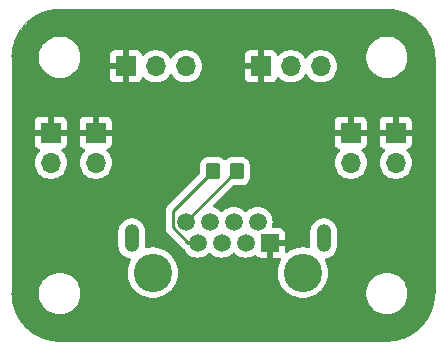
<source format=gbr>
G04 #@! TF.GenerationSoftware,KiCad,Pcbnew,7.0.2*
G04 #@! TF.CreationDate,2023-08-07T19:28:33-05:00*
G04 #@! TF.ProjectId,JoystickBoard,4a6f7973-7469-4636-9b42-6f6172642e6b,rev?*
G04 #@! TF.SameCoordinates,Original*
G04 #@! TF.FileFunction,Copper,L2,Bot*
G04 #@! TF.FilePolarity,Positive*
%FSLAX46Y46*%
G04 Gerber Fmt 4.6, Leading zero omitted, Abs format (unit mm)*
G04 Created by KiCad (PCBNEW 7.0.2) date 2023-08-07 19:28:33*
%MOMM*%
%LPD*%
G01*
G04 APERTURE LIST*
G04 Aperture macros list*
%AMRoundRect*
0 Rectangle with rounded corners*
0 $1 Rounding radius*
0 $2 $3 $4 $5 $6 $7 $8 $9 X,Y pos of 4 corners*
0 Add a 4 corners polygon primitive as box body*
4,1,4,$2,$3,$4,$5,$6,$7,$8,$9,$2,$3,0*
0 Add four circle primitives for the rounded corners*
1,1,$1+$1,$2,$3*
1,1,$1+$1,$4,$5*
1,1,$1+$1,$6,$7*
1,1,$1+$1,$8,$9*
0 Add four rect primitives between the rounded corners*
20,1,$1+$1,$2,$3,$4,$5,0*
20,1,$1+$1,$4,$5,$6,$7,0*
20,1,$1+$1,$6,$7,$8,$9,0*
20,1,$1+$1,$8,$9,$2,$3,0*%
G04 Aperture macros list end*
G04 #@! TA.AperFunction,ComponentPad*
%ADD10R,1.700000X1.700000*%
G04 #@! TD*
G04 #@! TA.AperFunction,ComponentPad*
%ADD11O,1.700000X1.700000*%
G04 #@! TD*
G04 #@! TA.AperFunction,WasherPad*
%ADD12C,3.250000*%
G04 #@! TD*
G04 #@! TA.AperFunction,ComponentPad*
%ADD13R,1.500000X1.500000*%
G04 #@! TD*
G04 #@! TA.AperFunction,ComponentPad*
%ADD14C,1.500000*%
G04 #@! TD*
G04 #@! TA.AperFunction,ComponentPad*
%ADD15O,1.259000X2.362000*%
G04 #@! TD*
G04 #@! TA.AperFunction,SMDPad,CuDef*
%ADD16RoundRect,0.250000X0.350000X0.450000X-0.350000X0.450000X-0.350000X-0.450000X0.350000X-0.450000X0*%
G04 #@! TD*
G04 #@! TA.AperFunction,ViaPad*
%ADD17C,0.800000*%
G04 #@! TD*
G04 #@! TA.AperFunction,Conductor*
%ADD18C,0.250000*%
G04 #@! TD*
G04 #@! TA.AperFunction,Profile*
%ADD19C,0.050000*%
G04 #@! TD*
G04 APERTURE END LIST*
D10*
X139700000Y-97075001D03*
D11*
X139700000Y-99615001D03*
D12*
X144529080Y-108922820D03*
X157229080Y-108922820D03*
D13*
X154428380Y-106382820D03*
D14*
X153408380Y-104602820D03*
X152398380Y-106382820D03*
X151378380Y-104602820D03*
X150368380Y-106382820D03*
X149348380Y-104602820D03*
X148338380Y-106382820D03*
X147318380Y-104602820D03*
D15*
X142749080Y-106020870D03*
X159009080Y-106020870D03*
D10*
X142240000Y-91440000D03*
D11*
X144780000Y-91440000D03*
X147320000Y-91440000D03*
D10*
X161290000Y-97075001D03*
D11*
X161290000Y-99615001D03*
D10*
X165100000Y-97075001D03*
D11*
X165100000Y-99615001D03*
X158750000Y-91440000D03*
X156210000Y-91440000D03*
D10*
X153670000Y-91440000D03*
X135890000Y-97075001D03*
D11*
X135890000Y-99615001D03*
D16*
X151622000Y-100330000D03*
X149622000Y-100330000D03*
D17*
X163576000Y-103632000D03*
X157480000Y-113030000D03*
X156972000Y-95250000D03*
X148844000Y-94742000D03*
X140716000Y-112776000D03*
X150622000Y-88138000D03*
X153416000Y-100330000D03*
X138684000Y-103632000D03*
D18*
X151591200Y-100330000D02*
X151622000Y-100330000D01*
X147318380Y-104602820D02*
X151591200Y-100330000D01*
X147530820Y-106382820D02*
X148338380Y-106382820D01*
X149622000Y-100330000D02*
X146243380Y-103708620D01*
X146243380Y-105095380D02*
X147530820Y-106382820D01*
X146243380Y-103708620D02*
X146243380Y-105095380D01*
G04 #@! TA.AperFunction,Conductor*
G36*
X164340898Y-86639634D02*
G01*
X164704807Y-86656459D01*
X164716395Y-86657533D01*
X164816713Y-86671526D01*
X165074320Y-86707460D01*
X165085731Y-86709594D01*
X165437520Y-86792334D01*
X165448708Y-86795517D01*
X165791352Y-86910360D01*
X165802199Y-86914562D01*
X166132802Y-87060537D01*
X166143193Y-87065712D01*
X166458901Y-87241560D01*
X166468794Y-87247685D01*
X166766945Y-87451922D01*
X166776211Y-87458919D01*
X167054245Y-87689796D01*
X167062845Y-87697637D01*
X167318362Y-87953154D01*
X167326203Y-87961754D01*
X167557077Y-88239785D01*
X167564079Y-88249057D01*
X167643095Y-88364406D01*
X167768313Y-88547203D01*
X167774439Y-88557098D01*
X167950280Y-88872792D01*
X167955465Y-88883205D01*
X168003651Y-88992336D01*
X168101436Y-89213798D01*
X168105640Y-89224650D01*
X168220481Y-89567288D01*
X168223666Y-89578482D01*
X168306402Y-89930252D01*
X168308541Y-89941693D01*
X168358466Y-90299604D01*
X168359540Y-90311191D01*
X168370435Y-90546818D01*
X168376265Y-90672927D01*
X168376366Y-90675100D01*
X168376500Y-90680920D01*
X168376500Y-110677579D01*
X168376366Y-110683399D01*
X168359540Y-111047308D01*
X168358466Y-111058895D01*
X168308541Y-111416806D01*
X168306402Y-111428247D01*
X168223666Y-111780017D01*
X168220481Y-111791211D01*
X168105640Y-112133849D01*
X168101436Y-112144701D01*
X167955468Y-112475289D01*
X167950280Y-112485707D01*
X167774439Y-112801401D01*
X167768313Y-112811296D01*
X167564085Y-113109434D01*
X167557071Y-113118722D01*
X167326203Y-113396745D01*
X167318362Y-113405345D01*
X167062845Y-113660862D01*
X167054245Y-113668703D01*
X166776222Y-113899571D01*
X166766934Y-113906585D01*
X166468796Y-114110813D01*
X166458901Y-114116939D01*
X166143207Y-114292780D01*
X166132789Y-114297968D01*
X165802201Y-114443936D01*
X165791349Y-114448140D01*
X165448711Y-114562981D01*
X165437517Y-114566166D01*
X165085747Y-114648902D01*
X165074306Y-114651041D01*
X164716395Y-114700966D01*
X164704808Y-114702040D01*
X164352450Y-114718331D01*
X164340897Y-114718866D01*
X164335079Y-114719000D01*
X136654921Y-114719000D01*
X136649102Y-114718866D01*
X136637002Y-114718306D01*
X136285191Y-114702040D01*
X136273604Y-114700966D01*
X135915693Y-114651041D01*
X135904252Y-114648902D01*
X135552482Y-114566166D01*
X135541288Y-114562981D01*
X135198650Y-114448140D01*
X135187798Y-114443936D01*
X134966336Y-114346151D01*
X134857205Y-114297965D01*
X134846797Y-114292782D01*
X134688945Y-114204859D01*
X134531098Y-114116939D01*
X134521203Y-114110813D01*
X134423532Y-114043907D01*
X134223057Y-113906579D01*
X134213785Y-113899577D01*
X133935754Y-113668703D01*
X133927154Y-113660862D01*
X133671637Y-113405345D01*
X133663796Y-113396745D01*
X133580017Y-113295854D01*
X133432919Y-113118711D01*
X133425922Y-113109445D01*
X133221685Y-112811294D01*
X133215560Y-112801401D01*
X133039712Y-112485693D01*
X133034537Y-112475302D01*
X132888562Y-112144699D01*
X132884359Y-112133849D01*
X132882528Y-112128387D01*
X132769517Y-111791208D01*
X132766333Y-111780017D01*
X132764559Y-111772474D01*
X132683594Y-111428231D01*
X132681460Y-111416820D01*
X132631533Y-111058895D01*
X132630459Y-111047307D01*
X132619450Y-110809182D01*
X134887500Y-110809182D01*
X134926604Y-111068615D01*
X134926605Y-111068618D01*
X135003936Y-111319323D01*
X135117772Y-111555704D01*
X135265563Y-111772474D01*
X135265565Y-111772476D01*
X135265567Y-111772479D01*
X135444019Y-111964805D01*
X135649143Y-112128386D01*
X135876357Y-112259568D01*
X136120584Y-112355420D01*
X136376370Y-112413802D01*
X136572506Y-112428500D01*
X136574859Y-112428500D01*
X136701141Y-112428500D01*
X136703494Y-112428500D01*
X136899630Y-112413802D01*
X137155416Y-112355420D01*
X137399643Y-112259568D01*
X137626857Y-112128386D01*
X137831981Y-111964805D01*
X138010433Y-111772479D01*
X138158228Y-111555704D01*
X138272063Y-111319323D01*
X138349396Y-111068615D01*
X138388500Y-110809182D01*
X138388500Y-110546818D01*
X138349396Y-110287385D01*
X138272063Y-110036677D01*
X138268902Y-110030114D01*
X138217242Y-109922841D01*
X138158228Y-109800296D01*
X138010433Y-109583521D01*
X137831981Y-109391195D01*
X137626857Y-109227614D01*
X137399643Y-109096432D01*
X137399642Y-109096432D01*
X137155417Y-109000580D01*
X136899630Y-108942198D01*
X136705836Y-108927675D01*
X136705822Y-108927674D01*
X136703494Y-108927500D01*
X136572506Y-108927500D01*
X136570178Y-108927674D01*
X136570163Y-108927675D01*
X136376369Y-108942198D01*
X136120582Y-109000580D01*
X135876356Y-109096432D01*
X135665417Y-109218218D01*
X135649143Y-109227614D01*
X135444019Y-109391195D01*
X135305525Y-109540455D01*
X135265563Y-109583525D01*
X135117772Y-109800295D01*
X135003936Y-110036676D01*
X134930258Y-110275539D01*
X134926604Y-110287385D01*
X134887500Y-110546818D01*
X134887500Y-110809182D01*
X132619450Y-110809182D01*
X132613634Y-110683398D01*
X132613500Y-110677579D01*
X132613500Y-106624979D01*
X141611080Y-106624979D01*
X141625665Y-106782373D01*
X141625665Y-106782376D01*
X141625666Y-106782377D01*
X141683379Y-106985220D01*
X141777389Y-107174018D01*
X141817685Y-107227378D01*
X141904485Y-107342320D01*
X142060344Y-107484404D01*
X142239657Y-107595430D01*
X142436317Y-107671616D01*
X142577861Y-107698075D01*
X142641143Y-107730253D01*
X142676985Y-107791538D01*
X142674004Y-107862472D01*
X142666579Y-107879895D01*
X142567637Y-108070845D01*
X142566201Y-108074885D01*
X142566196Y-108074897D01*
X142471336Y-108341809D01*
X142471331Y-108341824D01*
X142469896Y-108345864D01*
X142469021Y-108350071D01*
X142469021Y-108350074D01*
X142411387Y-108627421D01*
X142411385Y-108627430D01*
X142410513Y-108631630D01*
X142390595Y-108922820D01*
X142410513Y-109214010D01*
X142411386Y-109218211D01*
X142411387Y-109218218D01*
X142462238Y-109462926D01*
X142469896Y-109499776D01*
X142471333Y-109503819D01*
X142471336Y-109503830D01*
X142566196Y-109770742D01*
X142566199Y-109770749D01*
X142567637Y-109774795D01*
X142701917Y-110033942D01*
X142704398Y-110037457D01*
X142704400Y-110037460D01*
X142867749Y-110268874D01*
X142867754Y-110268880D01*
X142870233Y-110272392D01*
X143069450Y-110485702D01*
X143295858Y-110669898D01*
X143545238Y-110821549D01*
X143812945Y-110937831D01*
X144093992Y-111016577D01*
X144383145Y-111056320D01*
X144387450Y-111056320D01*
X144670710Y-111056320D01*
X144675015Y-111056320D01*
X144964168Y-111016577D01*
X145245215Y-110937831D01*
X145512922Y-110821549D01*
X145762302Y-110669898D01*
X145988710Y-110485702D01*
X146187927Y-110272392D01*
X146356243Y-110033942D01*
X146490523Y-109774795D01*
X146588264Y-109499776D01*
X146647647Y-109214010D01*
X146667565Y-108922820D01*
X146647647Y-108631630D01*
X146588264Y-108345864D01*
X146490523Y-108070845D01*
X146356243Y-107811698D01*
X146241049Y-107648505D01*
X146190410Y-107576765D01*
X146190406Y-107576760D01*
X146187927Y-107573248D01*
X145988710Y-107359938D01*
X145785802Y-107194861D01*
X145765638Y-107178456D01*
X145765637Y-107178455D01*
X145762302Y-107175742D01*
X145758627Y-107173507D01*
X145758624Y-107173505D01*
X145516598Y-107026326D01*
X145516593Y-107026323D01*
X145512922Y-107024091D01*
X145508982Y-107022379D01*
X145508979Y-107022378D01*
X145249158Y-106909521D01*
X145249149Y-106909517D01*
X145245215Y-106907809D01*
X145219286Y-106900544D01*
X144968309Y-106830223D01*
X144968305Y-106830222D01*
X144964168Y-106829063D01*
X144959905Y-106828477D01*
X144959900Y-106828476D01*
X144679283Y-106789906D01*
X144679274Y-106789905D01*
X144675015Y-106789320D01*
X144383145Y-106789320D01*
X144378886Y-106789905D01*
X144378876Y-106789906D01*
X144098263Y-106828475D01*
X144098249Y-106828477D01*
X144093992Y-106829063D01*
X144089856Y-106830221D01*
X144089836Y-106830226D01*
X144038502Y-106844609D01*
X143967511Y-106843726D01*
X143908267Y-106804603D01*
X143879579Y-106739661D01*
X143879048Y-106711655D01*
X143887080Y-106624979D01*
X143887080Y-105416761D01*
X143872495Y-105259367D01*
X143814779Y-105056516D01*
X143720772Y-104867724D01*
X143593675Y-104699420D01*
X143437816Y-104557336D01*
X143387974Y-104526475D01*
X143258504Y-104446310D01*
X143061843Y-104370124D01*
X143061842Y-104370124D01*
X142854531Y-104331370D01*
X142643629Y-104331370D01*
X142488144Y-104360435D01*
X142436316Y-104370124D01*
X142239655Y-104446310D01*
X142060345Y-104557335D01*
X141904484Y-104699421D01*
X141777389Y-104867721D01*
X141683379Y-105056519D01*
X141625666Y-105259362D01*
X141625665Y-105259367D01*
X141611080Y-105416761D01*
X141611080Y-106624979D01*
X132613500Y-106624979D01*
X132613500Y-103688562D01*
X145605159Y-103688562D01*
X145609321Y-103732581D01*
X145609880Y-103744439D01*
X145609880Y-105011527D01*
X145607584Y-105032315D01*
X145609818Y-105103364D01*
X145609880Y-105107323D01*
X145609880Y-105135236D01*
X145610375Y-105139154D01*
X145610377Y-105139186D01*
X145610388Y-105139268D01*
X145611317Y-105151077D01*
X145612706Y-105195272D01*
X145618357Y-105214721D01*
X145622366Y-105234076D01*
X145624905Y-105254174D01*
X145641181Y-105295283D01*
X145645024Y-105306510D01*
X145657360Y-105348970D01*
X145667674Y-105366410D01*
X145676367Y-105384154D01*
X145683828Y-105402997D01*
X145683829Y-105402999D01*
X145709811Y-105438760D01*
X145716328Y-105448681D01*
X145738838Y-105486743D01*
X145753158Y-105501063D01*
X145765998Y-105516096D01*
X145777906Y-105532485D01*
X145811978Y-105560672D01*
X145820758Y-105568662D01*
X147023574Y-106771479D01*
X147036653Y-106787803D01*
X147088471Y-106836463D01*
X147091313Y-106839218D01*
X147111050Y-106858955D01*
X147114180Y-106861383D01*
X147114252Y-106861439D01*
X147123262Y-106869134D01*
X147155499Y-106899406D01*
X147166699Y-106905563D01*
X147216758Y-106955908D01*
X147220193Y-106962727D01*
X147244322Y-107014472D01*
X147370633Y-107194861D01*
X147526338Y-107350566D01*
X147526341Y-107350568D01*
X147526342Y-107350569D01*
X147706726Y-107476876D01*
X147906304Y-107569940D01*
X147956033Y-107583265D01*
X148119004Y-107626934D01*
X148119005Y-107626934D01*
X148119009Y-107626935D01*
X148338380Y-107646127D01*
X148557751Y-107626935D01*
X148770456Y-107569940D01*
X148970034Y-107476876D01*
X149150418Y-107350569D01*
X149264286Y-107236700D01*
X149326596Y-107202677D01*
X149397412Y-107207741D01*
X149442473Y-107236700D01*
X149556342Y-107350569D01*
X149736726Y-107476876D01*
X149936304Y-107569940D01*
X149986033Y-107583265D01*
X150149004Y-107626934D01*
X150149005Y-107626934D01*
X150149009Y-107626935D01*
X150368380Y-107646127D01*
X150587751Y-107626935D01*
X150800456Y-107569940D01*
X151000034Y-107476876D01*
X151180418Y-107350569D01*
X151188669Y-107342318D01*
X151294285Y-107236703D01*
X151356597Y-107202677D01*
X151427412Y-107207742D01*
X151472475Y-107236703D01*
X151586338Y-107350566D01*
X151586341Y-107350568D01*
X151586342Y-107350569D01*
X151766726Y-107476876D01*
X151966304Y-107569940D01*
X152016033Y-107583265D01*
X152179004Y-107626934D01*
X152179005Y-107626934D01*
X152179009Y-107626935D01*
X152398380Y-107646127D01*
X152617751Y-107626935D01*
X152830456Y-107569940D01*
X153030034Y-107476876D01*
X153108065Y-107422237D01*
X153175337Y-107399550D01*
X153244198Y-107416835D01*
X153281203Y-107449942D01*
X153315475Y-107495724D01*
X153432417Y-107583265D01*
X153569286Y-107634314D01*
X153626443Y-107640460D01*
X153633157Y-107640820D01*
X154174380Y-107640820D01*
X154174380Y-106666660D01*
X154245019Y-106721641D01*
X154364969Y-106762820D01*
X154459866Y-106762820D01*
X154553472Y-106747200D01*
X154665008Y-106686840D01*
X154682380Y-106667968D01*
X154682380Y-107640820D01*
X155223603Y-107640820D01*
X155230311Y-107640460D01*
X155272711Y-107635901D01*
X155342580Y-107648505D01*
X155394543Y-107696883D01*
X155412103Y-107765673D01*
X155398056Y-107819147D01*
X155267637Y-108070845D01*
X155266201Y-108074885D01*
X155266196Y-108074897D01*
X155171336Y-108341809D01*
X155171331Y-108341824D01*
X155169896Y-108345864D01*
X155169021Y-108350071D01*
X155169021Y-108350074D01*
X155111387Y-108627421D01*
X155111385Y-108627430D01*
X155110513Y-108631630D01*
X155090595Y-108922820D01*
X155110513Y-109214010D01*
X155111386Y-109218211D01*
X155111387Y-109218218D01*
X155162238Y-109462926D01*
X155169896Y-109499776D01*
X155171333Y-109503819D01*
X155171336Y-109503830D01*
X155266196Y-109770742D01*
X155266199Y-109770749D01*
X155267637Y-109774795D01*
X155401917Y-110033942D01*
X155404398Y-110037457D01*
X155404400Y-110037460D01*
X155567749Y-110268874D01*
X155567754Y-110268880D01*
X155570233Y-110272392D01*
X155769450Y-110485702D01*
X155995858Y-110669898D01*
X156245238Y-110821549D01*
X156512945Y-110937831D01*
X156793992Y-111016577D01*
X157083145Y-111056320D01*
X157087450Y-111056320D01*
X157370710Y-111056320D01*
X157375015Y-111056320D01*
X157664168Y-111016577D01*
X157945215Y-110937831D01*
X158212922Y-110821549D01*
X158233259Y-110809182D01*
X162587500Y-110809182D01*
X162626604Y-111068615D01*
X162626605Y-111068618D01*
X162703936Y-111319323D01*
X162817772Y-111555704D01*
X162965563Y-111772474D01*
X162965565Y-111772476D01*
X162965567Y-111772479D01*
X163144019Y-111964805D01*
X163349143Y-112128386D01*
X163576357Y-112259568D01*
X163820584Y-112355420D01*
X164076370Y-112413802D01*
X164272506Y-112428500D01*
X164274859Y-112428500D01*
X164401141Y-112428500D01*
X164403494Y-112428500D01*
X164599630Y-112413802D01*
X164855416Y-112355420D01*
X165099643Y-112259568D01*
X165326857Y-112128386D01*
X165531981Y-111964805D01*
X165710433Y-111772479D01*
X165858228Y-111555704D01*
X165972063Y-111319323D01*
X166049396Y-111068615D01*
X166088500Y-110809182D01*
X166088500Y-110546818D01*
X166049396Y-110287385D01*
X165972063Y-110036677D01*
X165968902Y-110030114D01*
X165917242Y-109922841D01*
X165858228Y-109800296D01*
X165710433Y-109583521D01*
X165531981Y-109391195D01*
X165326857Y-109227614D01*
X165099643Y-109096432D01*
X165099643Y-109096431D01*
X164855417Y-109000580D01*
X164599630Y-108942198D01*
X164405836Y-108927675D01*
X164405822Y-108927674D01*
X164403494Y-108927500D01*
X164272506Y-108927500D01*
X164270178Y-108927674D01*
X164270163Y-108927675D01*
X164076369Y-108942198D01*
X163820582Y-109000580D01*
X163576356Y-109096432D01*
X163365417Y-109218218D01*
X163349143Y-109227614D01*
X163144019Y-109391195D01*
X163005525Y-109540455D01*
X162965563Y-109583525D01*
X162817772Y-109800295D01*
X162703936Y-110036676D01*
X162630258Y-110275539D01*
X162626604Y-110287385D01*
X162587500Y-110546818D01*
X162587500Y-110809182D01*
X158233259Y-110809182D01*
X158462302Y-110669898D01*
X158688710Y-110485702D01*
X158887927Y-110272392D01*
X159056243Y-110033942D01*
X159190523Y-109774795D01*
X159288264Y-109499776D01*
X159347647Y-109214010D01*
X159367565Y-108922820D01*
X159347647Y-108631630D01*
X159288264Y-108345864D01*
X159190523Y-108070845D01*
X159091580Y-107879896D01*
X159078000Y-107810212D01*
X159104250Y-107744246D01*
X159161997Y-107702945D01*
X159180288Y-107698077D01*
X159321843Y-107671616D01*
X159518503Y-107595430D01*
X159697816Y-107484404D01*
X159853675Y-107342320D01*
X159980772Y-107174016D01*
X160074779Y-106985224D01*
X160132495Y-106782373D01*
X160147080Y-106624979D01*
X160147080Y-105416761D01*
X160132495Y-105259367D01*
X160074779Y-105056516D01*
X159980772Y-104867724D01*
X159853675Y-104699420D01*
X159697816Y-104557336D01*
X159647974Y-104526475D01*
X159518504Y-104446310D01*
X159321843Y-104370124D01*
X159321842Y-104370124D01*
X159114531Y-104331370D01*
X158903629Y-104331370D01*
X158748144Y-104360435D01*
X158696316Y-104370124D01*
X158499655Y-104446310D01*
X158320345Y-104557335D01*
X158164484Y-104699421D01*
X158037389Y-104867721D01*
X157943379Y-105056519D01*
X157885666Y-105259362D01*
X157885665Y-105259367D01*
X157871080Y-105416761D01*
X157871080Y-106624979D01*
X157871347Y-106627857D01*
X157871347Y-106627859D01*
X157879112Y-106711656D01*
X157865480Y-106781332D01*
X157816342Y-106832577D01*
X157747300Y-106849121D01*
X157719656Y-106844609D01*
X157668318Y-106830225D01*
X157668307Y-106830222D01*
X157664168Y-106829063D01*
X157659907Y-106828477D01*
X157659896Y-106828475D01*
X157379283Y-106789906D01*
X157379274Y-106789905D01*
X157375015Y-106789320D01*
X157083145Y-106789320D01*
X157078886Y-106789905D01*
X157078876Y-106789906D01*
X156798259Y-106828476D01*
X156798251Y-106828477D01*
X156793992Y-106829063D01*
X156789857Y-106830221D01*
X156789850Y-106830223D01*
X156517084Y-106906649D01*
X156517079Y-106906650D01*
X156512945Y-106907809D01*
X156509015Y-106909515D01*
X156509001Y-106909521D01*
X156249180Y-107022378D01*
X156249171Y-107022382D01*
X156245238Y-107024091D01*
X156241572Y-107026320D01*
X156241561Y-107026326D01*
X155999535Y-107173505D01*
X155999525Y-107173512D01*
X155995858Y-107175742D01*
X155992528Y-107178450D01*
X155992521Y-107178456D01*
X155891897Y-107260320D01*
X155826432Y-107287794D01*
X155756505Y-107275514D01*
X155704319Y-107227378D01*
X155686380Y-107162580D01*
X155686380Y-106636820D01*
X154711055Y-106636820D01*
X154750902Y-106593534D01*
X154801845Y-106477394D01*
X154812318Y-106351006D01*
X154781185Y-106228065D01*
X154716345Y-106128820D01*
X155686380Y-106128820D01*
X155686380Y-105587597D01*
X155686020Y-105580883D01*
X155679874Y-105523726D01*
X155628825Y-105386857D01*
X155541284Y-105269915D01*
X155424342Y-105182374D01*
X155287473Y-105131325D01*
X155230316Y-105125179D01*
X155223603Y-105124820D01*
X154735611Y-105124820D01*
X154667490Y-105104818D01*
X154620997Y-105051162D01*
X154610893Y-104980888D01*
X154613905Y-104966208D01*
X154652494Y-104822195D01*
X154652494Y-104822194D01*
X154652495Y-104822191D01*
X154671687Y-104602820D01*
X154652495Y-104383449D01*
X154595500Y-104170744D01*
X154502436Y-103971167D01*
X154376129Y-103790782D01*
X154376128Y-103790781D01*
X154376126Y-103790778D01*
X154220421Y-103635073D01*
X154040033Y-103508763D01*
X153840454Y-103415699D01*
X153627755Y-103358705D01*
X153452254Y-103343351D01*
X153408380Y-103339513D01*
X153408379Y-103339513D01*
X153189004Y-103358705D01*
X152976305Y-103415699D01*
X152776727Y-103508763D01*
X152596338Y-103635073D01*
X152482475Y-103748937D01*
X152420163Y-103782963D01*
X152349348Y-103777898D01*
X152304285Y-103748937D01*
X152190421Y-103635073D01*
X152010033Y-103508763D01*
X151810454Y-103415699D01*
X151597755Y-103358705D01*
X151378380Y-103339513D01*
X151159004Y-103358705D01*
X150946305Y-103415699D01*
X150746727Y-103508763D01*
X150566338Y-103635073D01*
X150452475Y-103748937D01*
X150390163Y-103782963D01*
X150319348Y-103777898D01*
X150274285Y-103748937D01*
X150160421Y-103635073D01*
X149980033Y-103508763D01*
X149873519Y-103459095D01*
X149780456Y-103415700D01*
X149760561Y-103410369D01*
X149692306Y-103392079D01*
X149631684Y-103355127D01*
X149600663Y-103291266D01*
X149609093Y-103220771D01*
X149635821Y-103181281D01*
X151241699Y-101575403D01*
X151304011Y-101541378D01*
X151330794Y-101538499D01*
X152019338Y-101538499D01*
X152022544Y-101538499D01*
X152126426Y-101527887D01*
X152294738Y-101472115D01*
X152445652Y-101379030D01*
X152571030Y-101253652D01*
X152664115Y-101102738D01*
X152719887Y-100934426D01*
X152730500Y-100830545D01*
X152730499Y-99829456D01*
X152719887Y-99725574D01*
X152683247Y-99615001D01*
X159926844Y-99615001D01*
X159945436Y-99839369D01*
X159945436Y-99839372D01*
X159945437Y-99839373D01*
X160000702Y-100057612D01*
X160091139Y-100263791D01*
X160214278Y-100452269D01*
X160366762Y-100617909D01*
X160544421Y-100756188D01*
X160544424Y-100756190D01*
X160742426Y-100863343D01*
X160955365Y-100936445D01*
X161177431Y-100973501D01*
X161177434Y-100973501D01*
X161402566Y-100973501D01*
X161402569Y-100973501D01*
X161624635Y-100936445D01*
X161837574Y-100863343D01*
X162035576Y-100756190D01*
X162213240Y-100617907D01*
X162365722Y-100452269D01*
X162488860Y-100263792D01*
X162579296Y-100057617D01*
X162634564Y-99839369D01*
X162653156Y-99615001D01*
X163736844Y-99615001D01*
X163755436Y-99839369D01*
X163755436Y-99839372D01*
X163755437Y-99839373D01*
X163810702Y-100057612D01*
X163901139Y-100263791D01*
X164024278Y-100452269D01*
X164176762Y-100617909D01*
X164354421Y-100756188D01*
X164354424Y-100756190D01*
X164552426Y-100863343D01*
X164765365Y-100936445D01*
X164987431Y-100973501D01*
X164987434Y-100973501D01*
X165212566Y-100973501D01*
X165212569Y-100973501D01*
X165434635Y-100936445D01*
X165647574Y-100863343D01*
X165845576Y-100756190D01*
X166023240Y-100617907D01*
X166175722Y-100452269D01*
X166298860Y-100263792D01*
X166389296Y-100057617D01*
X166444564Y-99839369D01*
X166463156Y-99615001D01*
X166444564Y-99390633D01*
X166389296Y-99172385D01*
X166298860Y-98966210D01*
X166175722Y-98777733D01*
X166032157Y-98621781D01*
X166000737Y-98558118D01*
X166008724Y-98487572D01*
X166053583Y-98432543D01*
X166080827Y-98418389D01*
X166195963Y-98375446D01*
X166312904Y-98287905D01*
X166400445Y-98170963D01*
X166451494Y-98034094D01*
X166457640Y-97976937D01*
X166458000Y-97970223D01*
X166458000Y-97329001D01*
X165531116Y-97329001D01*
X165559493Y-97284845D01*
X165600000Y-97146890D01*
X165600000Y-97003112D01*
X165559493Y-96865157D01*
X165531116Y-96821001D01*
X166458000Y-96821001D01*
X166458000Y-96179778D01*
X166457640Y-96173064D01*
X166451494Y-96115907D01*
X166400445Y-95979038D01*
X166312904Y-95862096D01*
X166195962Y-95774555D01*
X166059093Y-95723506D01*
X166001936Y-95717360D01*
X165995223Y-95717001D01*
X165354000Y-95717001D01*
X165354000Y-96641326D01*
X165242315Y-96590321D01*
X165135763Y-96575001D01*
X165064237Y-96575001D01*
X164957685Y-96590321D01*
X164846000Y-96641326D01*
X164846000Y-95717001D01*
X164204777Y-95717001D01*
X164198063Y-95717360D01*
X164140906Y-95723506D01*
X164004037Y-95774555D01*
X163887095Y-95862096D01*
X163799554Y-95979038D01*
X163748505Y-96115907D01*
X163742359Y-96173064D01*
X163742000Y-96179778D01*
X163742000Y-96821001D01*
X164668884Y-96821001D01*
X164640507Y-96865157D01*
X164600000Y-97003112D01*
X164600000Y-97146890D01*
X164640507Y-97284845D01*
X164668884Y-97329001D01*
X163742000Y-97329001D01*
X163742000Y-97970223D01*
X163742359Y-97976937D01*
X163748505Y-98034094D01*
X163799554Y-98170963D01*
X163887095Y-98287905D01*
X164004037Y-98375446D01*
X164119172Y-98418389D01*
X164176008Y-98460936D01*
X164200819Y-98527456D01*
X164185728Y-98596830D01*
X164167841Y-98621783D01*
X164024278Y-98777732D01*
X163901139Y-98966210D01*
X163810702Y-99172389D01*
X163761111Y-99368222D01*
X163755436Y-99390633D01*
X163736844Y-99615001D01*
X162653156Y-99615001D01*
X162634564Y-99390633D01*
X162579296Y-99172385D01*
X162488860Y-98966210D01*
X162365722Y-98777733D01*
X162222157Y-98621781D01*
X162190737Y-98558118D01*
X162198724Y-98487572D01*
X162243583Y-98432543D01*
X162270827Y-98418389D01*
X162385963Y-98375446D01*
X162502904Y-98287905D01*
X162590445Y-98170963D01*
X162641494Y-98034094D01*
X162647640Y-97976937D01*
X162648000Y-97970223D01*
X162648000Y-97329001D01*
X161721116Y-97329001D01*
X161749493Y-97284845D01*
X161790000Y-97146890D01*
X161790000Y-97003112D01*
X161749493Y-96865157D01*
X161721116Y-96821001D01*
X162648000Y-96821001D01*
X162648000Y-96179778D01*
X162647640Y-96173064D01*
X162641494Y-96115907D01*
X162590445Y-95979038D01*
X162502904Y-95862096D01*
X162385962Y-95774555D01*
X162249093Y-95723506D01*
X162191936Y-95717360D01*
X162185223Y-95717001D01*
X161544000Y-95717001D01*
X161544000Y-96641326D01*
X161432315Y-96590321D01*
X161325763Y-96575001D01*
X161254237Y-96575001D01*
X161147685Y-96590321D01*
X161036000Y-96641326D01*
X161036000Y-95717001D01*
X160394777Y-95717001D01*
X160388063Y-95717360D01*
X160330906Y-95723506D01*
X160194037Y-95774555D01*
X160077095Y-95862096D01*
X159989554Y-95979038D01*
X159938505Y-96115907D01*
X159932359Y-96173064D01*
X159932000Y-96179778D01*
X159932000Y-96821001D01*
X160858884Y-96821001D01*
X160830507Y-96865157D01*
X160790000Y-97003112D01*
X160790000Y-97146890D01*
X160830507Y-97284845D01*
X160858884Y-97329001D01*
X159932000Y-97329001D01*
X159932000Y-97970223D01*
X159932359Y-97976937D01*
X159938505Y-98034094D01*
X159989554Y-98170963D01*
X160077095Y-98287905D01*
X160194037Y-98375446D01*
X160309172Y-98418389D01*
X160366008Y-98460936D01*
X160390819Y-98527456D01*
X160375728Y-98596830D01*
X160357841Y-98621783D01*
X160214278Y-98777732D01*
X160091139Y-98966210D01*
X160000702Y-99172389D01*
X159951111Y-99368222D01*
X159945436Y-99390633D01*
X159926844Y-99615001D01*
X152683247Y-99615001D01*
X152664115Y-99557262D01*
X152571030Y-99406348D01*
X152571028Y-99406346D01*
X152571027Y-99406344D01*
X152445655Y-99280972D01*
X152445652Y-99280970D01*
X152294738Y-99187885D01*
X152126426Y-99132113D01*
X152126423Y-99132112D01*
X152126421Y-99132112D01*
X152025746Y-99121826D01*
X152025725Y-99121824D01*
X152022545Y-99121500D01*
X152019339Y-99121500D01*
X151224661Y-99121500D01*
X151224641Y-99121500D01*
X151221456Y-99121501D01*
X151218279Y-99121825D01*
X151218270Y-99121826D01*
X151117573Y-99132113D01*
X150949262Y-99187885D01*
X150798344Y-99280972D01*
X150711095Y-99368222D01*
X150648783Y-99402248D01*
X150577968Y-99397183D01*
X150532905Y-99368222D01*
X150445655Y-99280972D01*
X150445652Y-99280970D01*
X150294738Y-99187885D01*
X150126426Y-99132113D01*
X150126423Y-99132112D01*
X150126421Y-99132112D01*
X150025746Y-99121826D01*
X150025725Y-99121824D01*
X150022545Y-99121500D01*
X150019339Y-99121500D01*
X149224661Y-99121500D01*
X149224641Y-99121500D01*
X149221456Y-99121501D01*
X149218279Y-99121825D01*
X149218270Y-99121826D01*
X149117573Y-99132113D01*
X148949262Y-99187885D01*
X148798344Y-99280972D01*
X148672972Y-99406344D01*
X148672970Y-99406348D01*
X148579885Y-99557262D01*
X148524113Y-99725574D01*
X148524112Y-99725578D01*
X148513826Y-99826253D01*
X148513825Y-99826270D01*
X148513500Y-99829455D01*
X148513500Y-99832659D01*
X148513500Y-99832660D01*
X148513500Y-100490403D01*
X148493498Y-100558524D01*
X148476595Y-100579498D01*
X145854716Y-103201377D01*
X145838396Y-103214453D01*
X145789750Y-103266255D01*
X145787001Y-103269092D01*
X145770047Y-103286047D01*
X145770040Y-103286054D01*
X145767245Y-103288850D01*
X145764822Y-103291972D01*
X145764806Y-103291991D01*
X145764745Y-103292071D01*
X145757069Y-103301056D01*
X145726794Y-103333297D01*
X145717032Y-103351054D01*
X145706181Y-103367572D01*
X145693765Y-103383579D01*
X145676204Y-103424159D01*
X145670984Y-103434815D01*
X145649684Y-103473560D01*
X145644647Y-103493179D01*
X145638244Y-103511881D01*
X145630198Y-103530475D01*
X145623281Y-103574144D01*
X145620875Y-103585764D01*
X145609880Y-103628589D01*
X145609880Y-103648843D01*
X145608329Y-103668553D01*
X145605159Y-103688562D01*
X132613500Y-103688562D01*
X132613500Y-99615001D01*
X134526844Y-99615001D01*
X134545436Y-99839369D01*
X134545436Y-99839372D01*
X134545437Y-99839373D01*
X134600702Y-100057612D01*
X134691139Y-100263791D01*
X134814278Y-100452269D01*
X134966762Y-100617909D01*
X135144421Y-100756188D01*
X135144424Y-100756190D01*
X135342426Y-100863343D01*
X135555365Y-100936445D01*
X135777431Y-100973501D01*
X135777434Y-100973501D01*
X136002566Y-100973501D01*
X136002569Y-100973501D01*
X136224635Y-100936445D01*
X136437574Y-100863343D01*
X136635576Y-100756190D01*
X136813240Y-100617907D01*
X136965722Y-100452269D01*
X137088860Y-100263792D01*
X137179296Y-100057617D01*
X137234564Y-99839369D01*
X137253156Y-99615001D01*
X138336844Y-99615001D01*
X138355436Y-99839369D01*
X138355436Y-99839372D01*
X138355437Y-99839373D01*
X138410702Y-100057612D01*
X138501139Y-100263791D01*
X138624278Y-100452269D01*
X138776762Y-100617909D01*
X138954421Y-100756188D01*
X138954424Y-100756190D01*
X139152426Y-100863343D01*
X139365365Y-100936445D01*
X139587431Y-100973501D01*
X139587434Y-100973501D01*
X139812566Y-100973501D01*
X139812569Y-100973501D01*
X140034635Y-100936445D01*
X140247574Y-100863343D01*
X140445576Y-100756190D01*
X140623240Y-100617907D01*
X140775722Y-100452269D01*
X140898860Y-100263792D01*
X140989296Y-100057617D01*
X141044564Y-99839369D01*
X141063156Y-99615001D01*
X141044564Y-99390633D01*
X140989296Y-99172385D01*
X140898860Y-98966210D01*
X140775722Y-98777733D01*
X140632157Y-98621781D01*
X140600737Y-98558118D01*
X140608724Y-98487572D01*
X140653583Y-98432543D01*
X140680827Y-98418389D01*
X140795963Y-98375446D01*
X140912904Y-98287905D01*
X141000445Y-98170963D01*
X141051494Y-98034094D01*
X141057640Y-97976937D01*
X141058000Y-97970223D01*
X141058000Y-97329001D01*
X140131116Y-97329001D01*
X140159493Y-97284845D01*
X140200000Y-97146890D01*
X140200000Y-97003112D01*
X140159493Y-96865157D01*
X140131116Y-96821001D01*
X141058000Y-96821001D01*
X141058000Y-96179778D01*
X141057640Y-96173064D01*
X141051494Y-96115907D01*
X141000445Y-95979038D01*
X140912904Y-95862096D01*
X140795962Y-95774555D01*
X140659093Y-95723506D01*
X140601936Y-95717360D01*
X140595223Y-95717001D01*
X139954000Y-95717001D01*
X139954000Y-96641326D01*
X139842315Y-96590321D01*
X139735763Y-96575001D01*
X139664237Y-96575001D01*
X139557685Y-96590321D01*
X139446000Y-96641326D01*
X139446000Y-95717001D01*
X138804777Y-95717001D01*
X138798063Y-95717360D01*
X138740906Y-95723506D01*
X138604037Y-95774555D01*
X138487095Y-95862096D01*
X138399554Y-95979038D01*
X138348505Y-96115907D01*
X138342359Y-96173064D01*
X138342000Y-96179778D01*
X138342000Y-96821001D01*
X139268884Y-96821001D01*
X139240507Y-96865157D01*
X139200000Y-97003112D01*
X139200000Y-97146890D01*
X139240507Y-97284845D01*
X139268884Y-97329001D01*
X138342000Y-97329001D01*
X138342000Y-97970223D01*
X138342359Y-97976937D01*
X138348505Y-98034094D01*
X138399554Y-98170963D01*
X138487095Y-98287905D01*
X138604037Y-98375446D01*
X138719172Y-98418389D01*
X138776008Y-98460936D01*
X138800819Y-98527456D01*
X138785728Y-98596830D01*
X138767841Y-98621783D01*
X138624278Y-98777732D01*
X138501139Y-98966210D01*
X138410702Y-99172389D01*
X138361111Y-99368222D01*
X138355436Y-99390633D01*
X138336844Y-99615001D01*
X137253156Y-99615001D01*
X137234564Y-99390633D01*
X137179296Y-99172385D01*
X137088860Y-98966210D01*
X136965722Y-98777733D01*
X136822157Y-98621781D01*
X136790737Y-98558118D01*
X136798724Y-98487572D01*
X136843583Y-98432543D01*
X136870827Y-98418389D01*
X136985963Y-98375446D01*
X137102904Y-98287905D01*
X137190445Y-98170963D01*
X137241494Y-98034094D01*
X137247640Y-97976937D01*
X137248000Y-97970223D01*
X137248000Y-97329001D01*
X136321116Y-97329001D01*
X136349493Y-97284845D01*
X136390000Y-97146890D01*
X136390000Y-97003112D01*
X136349493Y-96865157D01*
X136321116Y-96821001D01*
X137248000Y-96821001D01*
X137248000Y-96179778D01*
X137247640Y-96173064D01*
X137241494Y-96115907D01*
X137190445Y-95979038D01*
X137102904Y-95862096D01*
X136985962Y-95774555D01*
X136849093Y-95723506D01*
X136791936Y-95717360D01*
X136785223Y-95717001D01*
X136144000Y-95717001D01*
X136144000Y-96641326D01*
X136032315Y-96590321D01*
X135925763Y-96575001D01*
X135854237Y-96575001D01*
X135747685Y-96590321D01*
X135636000Y-96641326D01*
X135636000Y-95717001D01*
X134994777Y-95717001D01*
X134988063Y-95717360D01*
X134930906Y-95723506D01*
X134794037Y-95774555D01*
X134677095Y-95862096D01*
X134589554Y-95979038D01*
X134538505Y-96115907D01*
X134532359Y-96173064D01*
X134532000Y-96179778D01*
X134532000Y-96821001D01*
X135458884Y-96821001D01*
X135430507Y-96865157D01*
X135390000Y-97003112D01*
X135390000Y-97146890D01*
X135430507Y-97284845D01*
X135458884Y-97329001D01*
X134532000Y-97329001D01*
X134532000Y-97970223D01*
X134532359Y-97976937D01*
X134538505Y-98034094D01*
X134589554Y-98170963D01*
X134677095Y-98287905D01*
X134794037Y-98375446D01*
X134909172Y-98418389D01*
X134966008Y-98460936D01*
X134990819Y-98527456D01*
X134975728Y-98596830D01*
X134957841Y-98621783D01*
X134814278Y-98777732D01*
X134691139Y-98966210D01*
X134600702Y-99172389D01*
X134551111Y-99368222D01*
X134545436Y-99390633D01*
X134526844Y-99615001D01*
X132613500Y-99615001D01*
X132613500Y-90809182D01*
X134887500Y-90809182D01*
X134926604Y-91068615D01*
X134926605Y-91068618D01*
X135003936Y-91319323D01*
X135117772Y-91555704D01*
X135265563Y-91772474D01*
X135265565Y-91772476D01*
X135265567Y-91772479D01*
X135444019Y-91964805D01*
X135649143Y-92128386D01*
X135876357Y-92259568D01*
X136120584Y-92355420D01*
X136376370Y-92413802D01*
X136572506Y-92428500D01*
X136574859Y-92428500D01*
X136701141Y-92428500D01*
X136703494Y-92428500D01*
X136899630Y-92413802D01*
X137155416Y-92355420D01*
X137206880Y-92335222D01*
X140882000Y-92335222D01*
X140882359Y-92341936D01*
X140888505Y-92399093D01*
X140939554Y-92535962D01*
X141027095Y-92652904D01*
X141144037Y-92740445D01*
X141280906Y-92791494D01*
X141338063Y-92797640D01*
X141344777Y-92798000D01*
X141986000Y-92798000D01*
X141986000Y-91873674D01*
X142097685Y-91924680D01*
X142204237Y-91940000D01*
X142275763Y-91940000D01*
X142382315Y-91924680D01*
X142494000Y-91873674D01*
X142494000Y-92798000D01*
X143135223Y-92798000D01*
X143141936Y-92797640D01*
X143199093Y-92791494D01*
X143335962Y-92740445D01*
X143452904Y-92652904D01*
X143540445Y-92535962D01*
X143584618Y-92417530D01*
X143627164Y-92360694D01*
X143693685Y-92335883D01*
X143763059Y-92350974D01*
X143795372Y-92376222D01*
X143816427Y-92399093D01*
X143856762Y-92442908D01*
X143976317Y-92535962D01*
X144034424Y-92581189D01*
X144232426Y-92688342D01*
X144445365Y-92761444D01*
X144667431Y-92798500D01*
X144667434Y-92798500D01*
X144892566Y-92798500D01*
X144892569Y-92798500D01*
X145114635Y-92761444D01*
X145327574Y-92688342D01*
X145525576Y-92581189D01*
X145703240Y-92442906D01*
X145855722Y-92277268D01*
X145944518Y-92141354D01*
X145998521Y-92095268D01*
X146068869Y-92085693D01*
X146133226Y-92115670D01*
X146155480Y-92141353D01*
X146232713Y-92259567D01*
X146244278Y-92277268D01*
X146396762Y-92442908D01*
X146516317Y-92535962D01*
X146574424Y-92581189D01*
X146772426Y-92688342D01*
X146985365Y-92761444D01*
X147207431Y-92798500D01*
X147207434Y-92798500D01*
X147432566Y-92798500D01*
X147432569Y-92798500D01*
X147654635Y-92761444D01*
X147867574Y-92688342D01*
X148065576Y-92581189D01*
X148243240Y-92442906D01*
X148342371Y-92335222D01*
X152312000Y-92335222D01*
X152312359Y-92341936D01*
X152318505Y-92399093D01*
X152369554Y-92535962D01*
X152457095Y-92652904D01*
X152574037Y-92740445D01*
X152710906Y-92791494D01*
X152768063Y-92797640D01*
X152774777Y-92798000D01*
X153416000Y-92798000D01*
X153416000Y-91873674D01*
X153527685Y-91924680D01*
X153634237Y-91940000D01*
X153705763Y-91940000D01*
X153812315Y-91924680D01*
X153924000Y-91873674D01*
X153924000Y-92798000D01*
X154565223Y-92798000D01*
X154571936Y-92797640D01*
X154629093Y-92791494D01*
X154765962Y-92740445D01*
X154882904Y-92652904D01*
X154970445Y-92535962D01*
X155014618Y-92417530D01*
X155057164Y-92360694D01*
X155123685Y-92335883D01*
X155193059Y-92350974D01*
X155225372Y-92376222D01*
X155246427Y-92399093D01*
X155286762Y-92442908D01*
X155406317Y-92535962D01*
X155464424Y-92581189D01*
X155662426Y-92688342D01*
X155875365Y-92761444D01*
X156097431Y-92798500D01*
X156097434Y-92798500D01*
X156322566Y-92798500D01*
X156322569Y-92798500D01*
X156544635Y-92761444D01*
X156757574Y-92688342D01*
X156955576Y-92581189D01*
X157133240Y-92442906D01*
X157285722Y-92277268D01*
X157374518Y-92141354D01*
X157428521Y-92095268D01*
X157498869Y-92085693D01*
X157563226Y-92115670D01*
X157585480Y-92141353D01*
X157662713Y-92259567D01*
X157674278Y-92277268D01*
X157826762Y-92442908D01*
X157946317Y-92535962D01*
X158004424Y-92581189D01*
X158202426Y-92688342D01*
X158415365Y-92761444D01*
X158637431Y-92798500D01*
X158637434Y-92798500D01*
X158862566Y-92798500D01*
X158862569Y-92798500D01*
X159084635Y-92761444D01*
X159297574Y-92688342D01*
X159495576Y-92581189D01*
X159673240Y-92442906D01*
X159825722Y-92277268D01*
X159948860Y-92088791D01*
X160039296Y-91882616D01*
X160094564Y-91664368D01*
X160113156Y-91440000D01*
X160094564Y-91215632D01*
X160039296Y-90997384D01*
X159956744Y-90809182D01*
X162587500Y-90809182D01*
X162626604Y-91068615D01*
X162626605Y-91068618D01*
X162703936Y-91319323D01*
X162817772Y-91555704D01*
X162965563Y-91772474D01*
X162965565Y-91772476D01*
X162965567Y-91772479D01*
X163144019Y-91964805D01*
X163349143Y-92128386D01*
X163576357Y-92259568D01*
X163820584Y-92355420D01*
X164076370Y-92413802D01*
X164272506Y-92428500D01*
X164274859Y-92428500D01*
X164401141Y-92428500D01*
X164403494Y-92428500D01*
X164599630Y-92413802D01*
X164855416Y-92355420D01*
X165099643Y-92259568D01*
X165326857Y-92128386D01*
X165531981Y-91964805D01*
X165710433Y-91772479D01*
X165858228Y-91555704D01*
X165972063Y-91319323D01*
X166049396Y-91068615D01*
X166088500Y-90809182D01*
X166088500Y-90546818D01*
X166049396Y-90287385D01*
X165972063Y-90036677D01*
X165858228Y-89800296D01*
X165710433Y-89583521D01*
X165531981Y-89391195D01*
X165326857Y-89227614D01*
X165099643Y-89096432D01*
X164855417Y-89000580D01*
X164599630Y-88942198D01*
X164405836Y-88927675D01*
X164405822Y-88927674D01*
X164403494Y-88927500D01*
X164272506Y-88927500D01*
X164270178Y-88927674D01*
X164270163Y-88927675D01*
X164076369Y-88942198D01*
X163820582Y-89000580D01*
X163576356Y-89096432D01*
X163349146Y-89227612D01*
X163349143Y-89227614D01*
X163144019Y-89391195D01*
X163005525Y-89540455D01*
X162965563Y-89583525D01*
X162817772Y-89800295D01*
X162703936Y-90036676D01*
X162626605Y-90287381D01*
X162626604Y-90287385D01*
X162587500Y-90546818D01*
X162587500Y-90809182D01*
X159956744Y-90809182D01*
X159948860Y-90791209D01*
X159825722Y-90602732D01*
X159673240Y-90437094D01*
X159673239Y-90437093D01*
X159673237Y-90437091D01*
X159495578Y-90298812D01*
X159297573Y-90191657D01*
X159145800Y-90139554D01*
X159084635Y-90118556D01*
X158862569Y-90081500D01*
X158637431Y-90081500D01*
X158415365Y-90118556D01*
X158415362Y-90118556D01*
X158415362Y-90118557D01*
X158202426Y-90191657D01*
X158004421Y-90298812D01*
X157826762Y-90437091D01*
X157674278Y-90602731D01*
X157585483Y-90738643D01*
X157531479Y-90784731D01*
X157461131Y-90794306D01*
X157396774Y-90764328D01*
X157374517Y-90738643D01*
X157331583Y-90672928D01*
X157285722Y-90602732D01*
X157133240Y-90437094D01*
X157133239Y-90437093D01*
X157133237Y-90437091D01*
X156955578Y-90298812D01*
X156757573Y-90191657D01*
X156605800Y-90139554D01*
X156544635Y-90118556D01*
X156322569Y-90081500D01*
X156097431Y-90081500D01*
X155875365Y-90118556D01*
X155875362Y-90118556D01*
X155875362Y-90118557D01*
X155662426Y-90191657D01*
X155464421Y-90298812D01*
X155286762Y-90437091D01*
X155225375Y-90503775D01*
X155164521Y-90540346D01*
X155093557Y-90538211D01*
X155035012Y-90498049D01*
X155014618Y-90462469D01*
X154970445Y-90344037D01*
X154882904Y-90227095D01*
X154765962Y-90139554D01*
X154629093Y-90088505D01*
X154571936Y-90082359D01*
X154565223Y-90082000D01*
X153924000Y-90082000D01*
X153924000Y-91006325D01*
X153812315Y-90955320D01*
X153705763Y-90940000D01*
X153634237Y-90940000D01*
X153527685Y-90955320D01*
X153416000Y-91006325D01*
X153416000Y-90082000D01*
X152774777Y-90082000D01*
X152768063Y-90082359D01*
X152710906Y-90088505D01*
X152574037Y-90139554D01*
X152457095Y-90227095D01*
X152369554Y-90344037D01*
X152318505Y-90480906D01*
X152312359Y-90538063D01*
X152312000Y-90544777D01*
X152312000Y-91186000D01*
X153238884Y-91186000D01*
X153210507Y-91230156D01*
X153170000Y-91368111D01*
X153170000Y-91511889D01*
X153210507Y-91649844D01*
X153238884Y-91694000D01*
X152312000Y-91694000D01*
X152312000Y-92335222D01*
X148342371Y-92335222D01*
X148395722Y-92277268D01*
X148518860Y-92088791D01*
X148609296Y-91882616D01*
X148664564Y-91664368D01*
X148683156Y-91440000D01*
X148664564Y-91215632D01*
X148609296Y-90997384D01*
X148518860Y-90791209D01*
X148395722Y-90602732D01*
X148243240Y-90437094D01*
X148243239Y-90437093D01*
X148243237Y-90437091D01*
X148065578Y-90298812D01*
X147867573Y-90191657D01*
X147715800Y-90139554D01*
X147654635Y-90118556D01*
X147432569Y-90081500D01*
X147207431Y-90081500D01*
X146985365Y-90118556D01*
X146985362Y-90118556D01*
X146985362Y-90118557D01*
X146772426Y-90191657D01*
X146574421Y-90298812D01*
X146396762Y-90437091D01*
X146244278Y-90602731D01*
X146155483Y-90738643D01*
X146101479Y-90784731D01*
X146031131Y-90794306D01*
X145966774Y-90764328D01*
X145944517Y-90738643D01*
X145901583Y-90672928D01*
X145855722Y-90602732D01*
X145703240Y-90437094D01*
X145703239Y-90437093D01*
X145703237Y-90437091D01*
X145525578Y-90298812D01*
X145327573Y-90191657D01*
X145175800Y-90139554D01*
X145114635Y-90118556D01*
X144892569Y-90081500D01*
X144667431Y-90081500D01*
X144445365Y-90118556D01*
X144445362Y-90118556D01*
X144445362Y-90118557D01*
X144232426Y-90191657D01*
X144034421Y-90298812D01*
X143856762Y-90437091D01*
X143795375Y-90503775D01*
X143734521Y-90540346D01*
X143663557Y-90538211D01*
X143605012Y-90498049D01*
X143584618Y-90462469D01*
X143540445Y-90344037D01*
X143452904Y-90227095D01*
X143335962Y-90139554D01*
X143199093Y-90088505D01*
X143141936Y-90082359D01*
X143135223Y-90082000D01*
X142494000Y-90082000D01*
X142494000Y-91006325D01*
X142382315Y-90955320D01*
X142275763Y-90940000D01*
X142204237Y-90940000D01*
X142097685Y-90955320D01*
X141986000Y-91006325D01*
X141986000Y-90082000D01*
X141344777Y-90082000D01*
X141338063Y-90082359D01*
X141280906Y-90088505D01*
X141144037Y-90139554D01*
X141027095Y-90227095D01*
X140939554Y-90344037D01*
X140888505Y-90480906D01*
X140882359Y-90538063D01*
X140882000Y-90544777D01*
X140882000Y-91186000D01*
X141808884Y-91186000D01*
X141780507Y-91230156D01*
X141740000Y-91368111D01*
X141740000Y-91511889D01*
X141780507Y-91649844D01*
X141808884Y-91694000D01*
X140882000Y-91694000D01*
X140882000Y-92335222D01*
X137206880Y-92335222D01*
X137399643Y-92259568D01*
X137626857Y-92128386D01*
X137831981Y-91964805D01*
X138010433Y-91772479D01*
X138158228Y-91555704D01*
X138272063Y-91319323D01*
X138349396Y-91068615D01*
X138388500Y-90809182D01*
X138388500Y-90546818D01*
X138349396Y-90287385D01*
X138272063Y-90036677D01*
X138158228Y-89800296D01*
X138010433Y-89583521D01*
X137831981Y-89391195D01*
X137626857Y-89227614D01*
X137399643Y-89096432D01*
X137399643Y-89096431D01*
X137155417Y-89000580D01*
X136899630Y-88942198D01*
X136705836Y-88927675D01*
X136705822Y-88927674D01*
X136703494Y-88927500D01*
X136572506Y-88927500D01*
X136570178Y-88927674D01*
X136570163Y-88927675D01*
X136376369Y-88942198D01*
X136120582Y-89000580D01*
X135876356Y-89096432D01*
X135649146Y-89227612D01*
X135649143Y-89227614D01*
X135444019Y-89391195D01*
X135305525Y-89540455D01*
X135265563Y-89583525D01*
X135117772Y-89800295D01*
X135003936Y-90036676D01*
X134926605Y-90287381D01*
X134926604Y-90287385D01*
X134887500Y-90546818D01*
X134887500Y-90809182D01*
X132613500Y-90809182D01*
X132613500Y-90680920D01*
X132613634Y-90675101D01*
X132630459Y-90311192D01*
X132631533Y-90299604D01*
X132641647Y-90227095D01*
X132681461Y-89941675D01*
X132683593Y-89930272D01*
X132766335Y-89578473D01*
X132769518Y-89567288D01*
X132883366Y-89227614D01*
X132884362Y-89224639D01*
X132888559Y-89213807D01*
X133034541Y-88883188D01*
X133039707Y-88872814D01*
X133215566Y-88557087D01*
X133221678Y-88547214D01*
X133425930Y-88249043D01*
X133432911Y-88239798D01*
X133663805Y-87961743D01*
X133671626Y-87953165D01*
X133927165Y-87697626D01*
X133935743Y-87689805D01*
X134213798Y-87458911D01*
X134223043Y-87451930D01*
X134521214Y-87247678D01*
X134531087Y-87241566D01*
X134846814Y-87065707D01*
X134857188Y-87060541D01*
X135187807Y-86914559D01*
X135198639Y-86910362D01*
X135541297Y-86795515D01*
X135552473Y-86792335D01*
X135904272Y-86709593D01*
X135915675Y-86707461D01*
X136225710Y-86664213D01*
X136273604Y-86657533D01*
X136285192Y-86656459D01*
X136649102Y-86639634D01*
X136654921Y-86639500D01*
X136660285Y-86639500D01*
X164329715Y-86639500D01*
X164335079Y-86639500D01*
X164340898Y-86639634D01*
G37*
G04 #@! TD.AperFunction*
D19*
X132588000Y-110680500D02*
G75*
G03*
X136652000Y-114744500I4064000J0D01*
G01*
X168402000Y-90678000D02*
X168402000Y-110680500D01*
X132588000Y-110680500D02*
X132588000Y-90678000D01*
X164338000Y-114744500D02*
X136652000Y-114744500D01*
X136652000Y-86614000D02*
G75*
G03*
X132588000Y-90678000I0J-4064000D01*
G01*
X164338000Y-86614000D02*
X136652000Y-86614000D01*
X168402000Y-90678000D02*
G75*
G03*
X164338000Y-86614000I-4064000J0D01*
G01*
X164338000Y-114744500D02*
G75*
G03*
X168402000Y-110680500I0J4064000D01*
G01*
M02*

</source>
